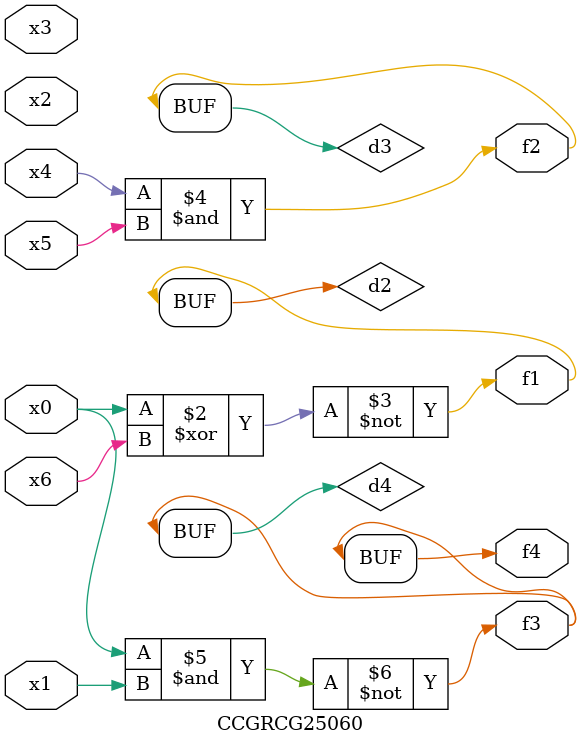
<source format=v>
module CCGRCG25060(
	input x0, x1, x2, x3, x4, x5, x6,
	output f1, f2, f3, f4
);

	wire d1, d2, d3, d4;

	nor (d1, x0);
	xnor (d2, x0, x6);
	and (d3, x4, x5);
	nand (d4, x0, x1);
	assign f1 = d2;
	assign f2 = d3;
	assign f3 = d4;
	assign f4 = d4;
endmodule

</source>
